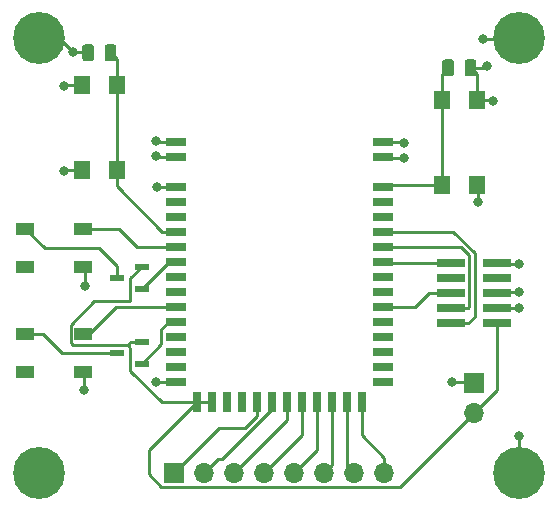
<source format=gtl>
%TF.GenerationSoftware,KiCad,Pcbnew,5.1.10-88a1d61d58~88~ubuntu20.04.1*%
%TF.CreationDate,2021-07-15T18:12:03+08:00*%
%TF.ProjectId,ble_heart,626c655f-6865-4617-9274-2e6b69636164,rev?*%
%TF.SameCoordinates,Original*%
%TF.FileFunction,Copper,L1,Top*%
%TF.FilePolarity,Positive*%
%FSLAX46Y46*%
G04 Gerber Fmt 4.6, Leading zero omitted, Abs format (unit mm)*
G04 Created by KiCad (PCBNEW 5.1.10-88a1d61d58~88~ubuntu20.04.1) date 2021-07-15 18:12:03*
%MOMM*%
%LPD*%
G01*
G04 APERTURE LIST*
%TA.AperFunction,ComponentPad*%
%ADD10C,0.700000*%
%TD*%
%TA.AperFunction,ComponentPad*%
%ADD11C,4.400000*%
%TD*%
%TA.AperFunction,SMDPad,CuDef*%
%ADD12R,1.800000X0.700000*%
%TD*%
%TA.AperFunction,SMDPad,CuDef*%
%ADD13R,0.700000X1.800000*%
%TD*%
%TA.AperFunction,SMDPad,CuDef*%
%ADD14R,1.400000X1.600000*%
%TD*%
%TA.AperFunction,SMDPad,CuDef*%
%ADD15R,1.300000X0.600000*%
%TD*%
%TA.AperFunction,ComponentPad*%
%ADD16O,1.700000X1.700000*%
%TD*%
%TA.AperFunction,ComponentPad*%
%ADD17R,1.700000X1.700000*%
%TD*%
%TA.AperFunction,SMDPad,CuDef*%
%ADD18R,2.400000X0.740000*%
%TD*%
%TA.AperFunction,SMDPad,CuDef*%
%ADD19R,1.500000X1.000000*%
%TD*%
%TA.AperFunction,ViaPad*%
%ADD20C,0.800000*%
%TD*%
%TA.AperFunction,Conductor*%
%ADD21C,0.250000*%
%TD*%
G04 APERTURE END LIST*
D10*
%TO.P,H4,1*%
%TO.N,GND*%
X135786726Y-83923274D03*
X134620000Y-83440000D03*
X133453274Y-83923274D03*
X132970000Y-85090000D03*
X133453274Y-86256726D03*
X134620000Y-86740000D03*
X135786726Y-86256726D03*
X136270000Y-85090000D03*
D11*
X134620000Y-85090000D03*
%TD*%
D10*
%TO.P,H3,1*%
%TO.N,GND*%
X176426726Y-83923274D03*
X175260000Y-83440000D03*
X174093274Y-83923274D03*
X173610000Y-85090000D03*
X174093274Y-86256726D03*
X175260000Y-86740000D03*
X176426726Y-86256726D03*
X176910000Y-85090000D03*
D11*
X175260000Y-85090000D03*
%TD*%
D10*
%TO.P,H2,1*%
%TO.N,GND*%
X176426726Y-120753274D03*
X175260000Y-120270000D03*
X174093274Y-120753274D03*
X173610000Y-121920000D03*
X174093274Y-123086726D03*
X175260000Y-123570000D03*
X176426726Y-123086726D03*
X176910000Y-121920000D03*
D11*
X175260000Y-121920000D03*
%TD*%
D10*
%TO.P,H1,1*%
%TO.N,GND*%
X135786726Y-120753274D03*
X134620000Y-120270000D03*
X133453274Y-120753274D03*
X132970000Y-121920000D03*
X133453274Y-123086726D03*
X134620000Y-123570000D03*
X135786726Y-123086726D03*
X136270000Y-121920000D03*
D11*
X134620000Y-121920000D03*
%TD*%
D12*
%TO.P,U1,43*%
%TO.N,GND*%
X163690000Y-93880000D03*
%TO.P,U1,42*%
X163690000Y-95150000D03*
%TO.P,U1,41*%
%TO.N,BUTTON_1*%
X163690000Y-97690000D03*
%TO.P,U1,40*%
%TO.N,Net-(U1-Pad40)*%
X163690000Y-98960000D03*
%TO.P,U1,39*%
%TO.N,Net-(U1-Pad39)*%
X163690000Y-100230000D03*
%TO.P,U1,38*%
%TO.N,SWD_IO*%
X163690000Y-101500000D03*
%TO.P,U1,37*%
%TO.N,SWD_CLK*%
X163690000Y-102770000D03*
%TO.P,U1,36*%
%TO.N,RST*%
X163690000Y-104040000D03*
%TO.P,U1,35*%
%TO.N,Net-(U1-Pad35)*%
X163690000Y-105310000D03*
%TO.P,U1,34*%
%TO.N,Net-(U1-Pad34)*%
X163690000Y-106580000D03*
%TO.P,U1,33*%
%TO.N,SWO*%
X163690000Y-107850000D03*
%TO.P,U1,32*%
%TO.N,Net-(U1-Pad32)*%
X163690000Y-109120000D03*
%TO.P,U1,31*%
%TO.N,Net-(U1-Pad31)*%
X163690000Y-110390000D03*
%TO.P,U1,30*%
%TO.N,Net-(U1-Pad30)*%
X163690000Y-111660000D03*
%TO.P,U1,29*%
%TO.N,Net-(U1-Pad29)*%
X163690000Y-112930000D03*
%TO.P,U1,28*%
%TO.N,Net-(U1-Pad28)*%
X163690000Y-114200000D03*
D13*
%TO.P,U1,27*%
%TO.N,Net-(J2-Pad8)*%
X161925000Y-115950000D03*
%TO.P,U1,26*%
%TO.N,Net-(J2-Pad7)*%
X160655000Y-115950000D03*
%TO.P,U1,25*%
%TO.N,Net-(J2-Pad6)*%
X159385000Y-115950000D03*
%TO.P,U1,24*%
%TO.N,Net-(J2-Pad5)*%
X158115000Y-115950000D03*
%TO.P,U1,23*%
%TO.N,Net-(J2-Pad4)*%
X156845000Y-115950000D03*
%TO.P,U1,22*%
%TO.N,Net-(J2-Pad3)*%
X155575000Y-115950000D03*
%TO.P,U1,21*%
%TO.N,Net-(J2-Pad2)*%
X154305000Y-115950000D03*
%TO.P,U1,20*%
%TO.N,Net-(J2-Pad1)*%
X153035000Y-115950000D03*
%TO.P,U1,19*%
%TO.N,Net-(U1-Pad19)*%
X151765000Y-115950000D03*
%TO.P,U1,18*%
%TO.N,Net-(U1-Pad18)*%
X150495000Y-115950000D03*
%TO.P,U1,17*%
%TO.N,+3V3*%
X149225000Y-115950000D03*
%TO.P,U1,16*%
X147955000Y-115950000D03*
D12*
%TO.P,U1,15*%
%TO.N,GND*%
X146190000Y-114200000D03*
%TO.P,U1,14*%
%TO.N,Net-(U1-Pad14)*%
X146190000Y-112930000D03*
%TO.P,U1,13*%
%TO.N,Net-(U1-Pad13)*%
X146190000Y-111660000D03*
%TO.P,U1,12*%
%TO.N,Net-(U1-Pad12)*%
X146190000Y-110390000D03*
%TO.P,U1,11*%
%TO.N,RGB_1_PWR*%
X146190000Y-109120000D03*
%TO.P,U1,10*%
%TO.N,RGB_1_CTRL*%
X146190000Y-107850000D03*
%TO.P,U1,9*%
%TO.N,Net-(U1-Pad9)*%
X146190000Y-106580000D03*
%TO.P,U1,8*%
%TO.N,Net-(U1-Pad8)*%
X146190000Y-105310000D03*
%TO.P,U1,7*%
%TO.N,RGB_2_PWR*%
X146190000Y-104040000D03*
%TO.P,U1,6*%
%TO.N,RGB_2_CTRL*%
X146190000Y-102770000D03*
%TO.P,U1,5*%
%TO.N,BUTTON_2*%
X146190000Y-101500000D03*
%TO.P,U1,4*%
%TO.N,Net-(U1-Pad4)*%
X146190000Y-100230000D03*
%TO.P,U1,3*%
%TO.N,Net-(U1-Pad3)*%
X146190000Y-98960000D03*
%TO.P,U1,2*%
%TO.N,GND*%
X146190000Y-97690000D03*
%TO.P,U1,1*%
X146190000Y-95150000D03*
%TO.P,U1,0*%
X146190000Y-93880000D03*
%TD*%
D14*
%TO.P,SW2,2*%
%TO.N,BUTTON_2*%
X141200000Y-96310000D03*
X141200000Y-89110000D03*
%TO.P,SW2,1*%
%TO.N,GND*%
X138200000Y-96310000D03*
X138200000Y-89110000D03*
%TD*%
%TO.P,SW1,2*%
%TO.N,BUTTON_1*%
X168680000Y-90380000D03*
X168680000Y-97580000D03*
%TO.P,SW1,1*%
%TO.N,GND*%
X171680000Y-90380000D03*
X171680000Y-97580000D03*
%TD*%
D15*
%TO.P,Q2,1*%
%TO.N,RGB_2_PWR*%
X143290000Y-106360000D03*
%TO.P,Q2,2*%
%TO.N,+3V3*%
X143290000Y-104460000D03*
%TO.P,Q2,3*%
%TO.N,Net-(D2-Pad1)*%
X141190000Y-105410000D03*
%TD*%
%TO.P,Q1,1*%
%TO.N,RGB_1_PWR*%
X143290000Y-112710000D03*
%TO.P,Q1,2*%
%TO.N,+3V3*%
X143290000Y-110810000D03*
%TO.P,Q1,3*%
%TO.N,Net-(D1-Pad1)*%
X141190000Y-111760000D03*
%TD*%
D16*
%TO.P,J3,2*%
%TO.N,+3V3*%
X171450000Y-116840000D03*
D17*
%TO.P,J3,1*%
%TO.N,GND*%
X171450000Y-114300000D03*
%TD*%
%TO.P,J2,1*%
%TO.N,Net-(J2-Pad1)*%
X146050000Y-121920000D03*
D16*
%TO.P,J2,2*%
%TO.N,Net-(J2-Pad2)*%
X148590000Y-121920000D03*
%TO.P,J2,3*%
%TO.N,Net-(J2-Pad3)*%
X151130000Y-121920000D03*
%TO.P,J2,4*%
%TO.N,Net-(J2-Pad4)*%
X153670000Y-121920000D03*
%TO.P,J2,5*%
%TO.N,Net-(J2-Pad5)*%
X156210000Y-121920000D03*
%TO.P,J2,6*%
%TO.N,Net-(J2-Pad6)*%
X158750000Y-121920000D03*
%TO.P,J2,7*%
%TO.N,Net-(J2-Pad7)*%
X161290000Y-121920000D03*
%TO.P,J2,8*%
%TO.N,Net-(J2-Pad8)*%
X163830000Y-121920000D03*
%TD*%
D18*
%TO.P,J1,10*%
%TO.N,RST*%
X169500000Y-104140000D03*
%TO.P,J1,9*%
%TO.N,GND*%
X173400000Y-104140000D03*
%TO.P,J1,8*%
%TO.N,Net-(J1-Pad8)*%
X169500000Y-105410000D03*
%TO.P,J1,7*%
%TO.N,Net-(J1-Pad7)*%
X173400000Y-105410000D03*
%TO.P,J1,6*%
%TO.N,SWO*%
X169500000Y-106680000D03*
%TO.P,J1,5*%
%TO.N,GND*%
X173400000Y-106680000D03*
%TO.P,J1,4*%
%TO.N,SWD_CLK*%
X169500000Y-107950000D03*
%TO.P,J1,3*%
%TO.N,GND*%
X173400000Y-107950000D03*
%TO.P,J1,2*%
%TO.N,SWD_IO*%
X169500000Y-109220000D03*
%TO.P,J1,1*%
%TO.N,+3V3*%
X173400000Y-109220000D03*
%TD*%
D19*
%TO.P,D2,1*%
%TO.N,Net-(D2-Pad1)*%
X133440000Y-101270000D03*
%TO.P,D2,2*%
%TO.N,Net-(D2-Pad2)*%
X133440000Y-104470000D03*
%TO.P,D2,4*%
%TO.N,RGB_2_CTRL*%
X138340000Y-101270000D03*
%TO.P,D2,3*%
%TO.N,GND*%
X138340000Y-104470000D03*
%TD*%
%TO.P,D1,1*%
%TO.N,Net-(D1-Pad1)*%
X133440000Y-110160000D03*
%TO.P,D1,2*%
%TO.N,Net-(D1-Pad2)*%
X133440000Y-113360000D03*
%TO.P,D1,4*%
%TO.N,RGB_1_CTRL*%
X138340000Y-110160000D03*
%TO.P,D1,3*%
%TO.N,GND*%
X138340000Y-113360000D03*
%TD*%
%TO.P,C2,2*%
%TO.N,GND*%
%TA.AperFunction,SMDPad,CuDef*%
G36*
G01*
X139250000Y-85885000D02*
X139250000Y-86835000D01*
G75*
G02*
X139000000Y-87085000I-250000J0D01*
G01*
X138500000Y-87085000D01*
G75*
G02*
X138250000Y-86835000I0J250000D01*
G01*
X138250000Y-85885000D01*
G75*
G02*
X138500000Y-85635000I250000J0D01*
G01*
X139000000Y-85635000D01*
G75*
G02*
X139250000Y-85885000I0J-250000D01*
G01*
G37*
%TD.AperFunction*%
%TO.P,C2,1*%
%TO.N,BUTTON_2*%
%TA.AperFunction,SMDPad,CuDef*%
G36*
G01*
X141150000Y-85885000D02*
X141150000Y-86835000D01*
G75*
G02*
X140900000Y-87085000I-250000J0D01*
G01*
X140400000Y-87085000D01*
G75*
G02*
X140150000Y-86835000I0J250000D01*
G01*
X140150000Y-85885000D01*
G75*
G02*
X140400000Y-85635000I250000J0D01*
G01*
X140900000Y-85635000D01*
G75*
G02*
X141150000Y-85885000I0J-250000D01*
G01*
G37*
%TD.AperFunction*%
%TD*%
%TO.P,C1,2*%
%TO.N,GND*%
%TA.AperFunction,SMDPad,CuDef*%
G36*
G01*
X170630000Y-88105000D02*
X170630000Y-87155000D01*
G75*
G02*
X170880000Y-86905000I250000J0D01*
G01*
X171380000Y-86905000D01*
G75*
G02*
X171630000Y-87155000I0J-250000D01*
G01*
X171630000Y-88105000D01*
G75*
G02*
X171380000Y-88355000I-250000J0D01*
G01*
X170880000Y-88355000D01*
G75*
G02*
X170630000Y-88105000I0J250000D01*
G01*
G37*
%TD.AperFunction*%
%TO.P,C1,1*%
%TO.N,BUTTON_1*%
%TA.AperFunction,SMDPad,CuDef*%
G36*
G01*
X168730000Y-88105000D02*
X168730000Y-87155000D01*
G75*
G02*
X168980000Y-86905000I250000J0D01*
G01*
X169480000Y-86905000D01*
G75*
G02*
X169730000Y-87155000I0J-250000D01*
G01*
X169730000Y-88105000D01*
G75*
G02*
X169480000Y-88355000I-250000J0D01*
G01*
X168980000Y-88355000D01*
G75*
G02*
X168730000Y-88105000I0J250000D01*
G01*
G37*
%TD.AperFunction*%
%TD*%
D20*
%TO.N,GND*%
X175200000Y-118800000D03*
X169600000Y-114200000D03*
X175200000Y-108000000D03*
X175200000Y-106600000D03*
X175200000Y-104200000D03*
X171800000Y-99000000D03*
X173000000Y-90400000D03*
X172200000Y-85200000D03*
X165500000Y-94000000D03*
X165500000Y-95250000D03*
X144500000Y-95100000D03*
X144500000Y-93800000D03*
X144600000Y-97700000D03*
X136700000Y-96400000D03*
X136700000Y-89200000D03*
X137500000Y-86300000D03*
X138500000Y-106100000D03*
X138400000Y-114900000D03*
X144500000Y-114200000D03*
X172500000Y-87500000D03*
%TD*%
D21*
%TO.N,+3V3*%
X173400000Y-114890000D02*
X171450000Y-116840000D01*
X173400000Y-109220000D02*
X173400000Y-114890000D01*
X144939999Y-123095001D02*
X143900000Y-122055002D01*
X165194999Y-123095001D02*
X144939999Y-123095001D01*
X171450000Y-116840000D02*
X165194999Y-123095001D01*
X143900000Y-120005000D02*
X147955000Y-115950000D01*
X143900000Y-122055002D02*
X143900000Y-120005000D01*
X149225000Y-115950000D02*
X147955000Y-115950000D01*
X144994998Y-115950000D02*
X147955000Y-115950000D01*
X142314999Y-113270001D02*
X144994998Y-115950000D01*
X142314999Y-111349997D02*
X142314999Y-113270001D01*
X137479997Y-111134999D02*
X142100001Y-111134999D01*
X137264999Y-110920001D02*
X137479997Y-111134999D01*
X137264999Y-109399999D02*
X137264999Y-110920001D01*
X139265008Y-107399990D02*
X137264999Y-109399999D01*
X142314999Y-107399990D02*
X139265008Y-107399990D01*
X142314999Y-105435001D02*
X142314999Y-107399990D01*
X143290000Y-104460000D02*
X142314999Y-105435001D01*
X142232501Y-110967499D02*
X142232501Y-111267499D01*
X142390000Y-110810000D02*
X142232501Y-110967499D01*
X142232501Y-111267499D02*
X142314999Y-111349997D01*
X143290000Y-110810000D02*
X142390000Y-110810000D01*
X142100001Y-111134999D02*
X142232501Y-111267499D01*
%TO.N,GND*%
X171680000Y-88180000D02*
X171130000Y-87630000D01*
X171680000Y-90380000D02*
X171680000Y-88180000D01*
X175260000Y-118860000D02*
X175200000Y-118800000D01*
X175260000Y-121920000D02*
X175260000Y-118860000D01*
X171350000Y-114200000D02*
X171450000Y-114300000D01*
X169600000Y-114200000D02*
X171350000Y-114200000D01*
X173480000Y-106600000D02*
X173400000Y-106680000D01*
X175200000Y-106600000D02*
X173480000Y-106600000D01*
X173450000Y-108000000D02*
X173400000Y-107950000D01*
X175200000Y-108000000D02*
X173450000Y-108000000D01*
X173460000Y-104200000D02*
X173400000Y-104140000D01*
X175200000Y-104200000D02*
X173460000Y-104200000D01*
X171800000Y-97700000D02*
X171680000Y-97580000D01*
X171800000Y-99000000D02*
X171800000Y-97700000D01*
X172980000Y-90380000D02*
X173000000Y-90400000D01*
X171680000Y-90380000D02*
X172980000Y-90380000D01*
X172370000Y-87630000D02*
X172500000Y-87500000D01*
X171130000Y-87630000D02*
X172370000Y-87630000D01*
X175150000Y-85200000D02*
X175260000Y-85090000D01*
X172200000Y-85200000D02*
X175150000Y-85200000D01*
X165380000Y-93880000D02*
X165500000Y-94000000D01*
X163690000Y-93880000D02*
X165380000Y-93880000D01*
X163790000Y-95250000D02*
X163690000Y-95150000D01*
X165500000Y-95250000D02*
X163790000Y-95250000D01*
X144610000Y-97690000D02*
X144600000Y-97700000D01*
X146190000Y-97690000D02*
X144610000Y-97690000D01*
X144550000Y-95150000D02*
X144500000Y-95100000D01*
X146190000Y-95150000D02*
X144550000Y-95150000D01*
X144580000Y-93880000D02*
X144500000Y-93800000D01*
X146190000Y-93880000D02*
X144580000Y-93880000D01*
X136790000Y-96310000D02*
X136700000Y-96400000D01*
X138200000Y-96310000D02*
X136790000Y-96310000D01*
X136790000Y-89110000D02*
X136700000Y-89200000D01*
X138200000Y-89110000D02*
X136790000Y-89110000D01*
X136290000Y-85090000D02*
X137500000Y-86300000D01*
X134620000Y-85090000D02*
X136290000Y-85090000D01*
X138690000Y-86300000D02*
X138750000Y-86360000D01*
X137500000Y-86300000D02*
X138690000Y-86300000D01*
X138500000Y-104630000D02*
X138340000Y-104470000D01*
X138500000Y-106100000D02*
X138500000Y-104630000D01*
X138400000Y-113420000D02*
X138340000Y-113360000D01*
X138400000Y-114900000D02*
X138400000Y-113420000D01*
X144500000Y-114200000D02*
X146190000Y-114200000D01*
%TO.N,BUTTON_1*%
X163800000Y-97580000D02*
X163690000Y-97690000D01*
X168680000Y-97580000D02*
X163800000Y-97580000D01*
X168680000Y-88180000D02*
X169230000Y-87630000D01*
X168680000Y-90380000D02*
X168680000Y-88180000D01*
X168680000Y-90380000D02*
X168680000Y-97580000D01*
%TO.N,BUTTON_2*%
X141200000Y-86910000D02*
X140650000Y-86360000D01*
X141200000Y-89110000D02*
X141200000Y-86910000D01*
X141200000Y-97660000D02*
X141200000Y-96310000D01*
X145040000Y-101500000D02*
X141200000Y-97660000D01*
X146190000Y-101500000D02*
X145040000Y-101500000D01*
X141200000Y-96310000D02*
X141200000Y-89110000D01*
%TO.N,Net-(D1-Pad1)*%
X141190000Y-111760000D02*
X136540000Y-111760000D01*
X134940000Y-110160000D02*
X133440000Y-110160000D01*
X136540000Y-111760000D02*
X134940000Y-110160000D01*
%TO.N,RGB_1_CTRL*%
X138340000Y-110160000D02*
X138840000Y-110160000D01*
X141150000Y-107850000D02*
X146190000Y-107850000D01*
X138840000Y-110160000D02*
X141150000Y-107850000D01*
%TO.N,Net-(D2-Pad1)*%
X141190000Y-105410000D02*
X141190000Y-104390000D01*
X141190000Y-104390000D02*
X139700000Y-102900000D01*
X135070000Y-102900000D02*
X133440000Y-101270000D01*
X139700000Y-102900000D02*
X135070000Y-102900000D01*
%TO.N,RGB_2_CTRL*%
X146190000Y-102770000D02*
X142870000Y-102770000D01*
X141370000Y-101270000D02*
X138340000Y-101270000D01*
X142870000Y-102770000D02*
X141370000Y-101270000D01*
%TO.N,RST*%
X163790000Y-104140000D02*
X163690000Y-104040000D01*
X169500000Y-104140000D02*
X163790000Y-104140000D01*
%TO.N,SWO*%
X169500000Y-106680000D02*
X167640000Y-106680000D01*
X166470000Y-107850000D02*
X163690000Y-107850000D01*
X167640000Y-106680000D02*
X166470000Y-107850000D01*
%TO.N,SWD_CLK*%
X170285002Y-102770000D02*
X163690000Y-102770000D01*
X171025001Y-103509999D02*
X170285002Y-102770000D01*
X171025001Y-107874999D02*
X171025001Y-103509999D01*
X170950000Y-107950000D02*
X171025001Y-107874999D01*
X169500000Y-107950000D02*
X170950000Y-107950000D01*
%TO.N,SWD_IO*%
X171475010Y-103323598D02*
X169651412Y-101500000D01*
X171475011Y-108694989D02*
X171475010Y-103323598D01*
X170950000Y-109220000D02*
X171475011Y-108694989D01*
X169651412Y-101500000D02*
X163690000Y-101500000D01*
X169500000Y-109220000D02*
X170950000Y-109220000D01*
%TO.N,Net-(J2-Pad8)*%
X163830000Y-121920000D02*
X163830000Y-120650000D01*
X161925000Y-118745000D02*
X161925000Y-115950000D01*
X163830000Y-120650000D02*
X161925000Y-118745000D01*
%TO.N,Net-(J2-Pad7)*%
X160655000Y-121285000D02*
X160655000Y-115950000D01*
X161290000Y-121920000D02*
X160655000Y-121285000D01*
%TO.N,Net-(J2-Pad6)*%
X159385000Y-121285000D02*
X159385000Y-115950000D01*
X158750000Y-121920000D02*
X159385000Y-121285000D01*
%TO.N,Net-(J2-Pad5)*%
X158115000Y-120015000D02*
X158115000Y-115950000D01*
X156210000Y-121920000D02*
X158115000Y-120015000D01*
%TO.N,Net-(J2-Pad4)*%
X156845000Y-118745000D02*
X156845000Y-115950000D01*
X153670000Y-121920000D02*
X156845000Y-118745000D01*
%TO.N,Net-(J2-Pad3)*%
X155575000Y-117475000D02*
X155575000Y-115950000D01*
X151130000Y-121920000D02*
X155575000Y-117475000D01*
%TO.N,Net-(J2-Pad2)*%
X154305000Y-116515002D02*
X154305000Y-115950000D01*
X150075003Y-120744999D02*
X154305000Y-116515002D01*
X149765001Y-120744999D02*
X150075003Y-120744999D01*
X148590000Y-121920000D02*
X149765001Y-120744999D01*
%TO.N,Net-(J2-Pad1)*%
X153035000Y-117100000D02*
X152025000Y-118110000D01*
X153035000Y-115950000D02*
X153035000Y-117100000D01*
X149860000Y-118110000D02*
X146050000Y-121920000D01*
X152025000Y-118110000D02*
X149860000Y-118110000D01*
%TO.N,RGB_1_PWR*%
X145624998Y-109120000D02*
X146190000Y-109120000D01*
X144964999Y-109779999D02*
X145624998Y-109120000D01*
X144964999Y-111035001D02*
X144964999Y-109779999D01*
X143290000Y-112710000D02*
X144964999Y-111035001D01*
%TO.N,RGB_2_PWR*%
X143320000Y-106360000D02*
X143290000Y-106360000D01*
X145640000Y-104040000D02*
X143320000Y-106360000D01*
X146190000Y-104040000D02*
X145640000Y-104040000D01*
%TD*%
M02*

</source>
